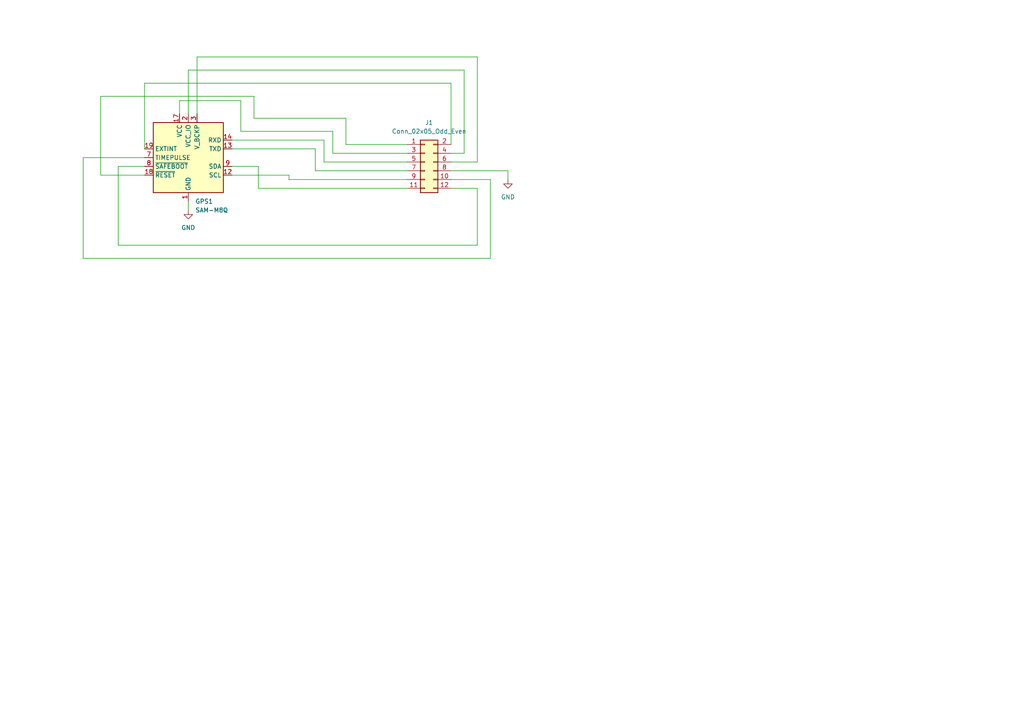
<source format=kicad_sch>
(kicad_sch (version 20250114) (generator "eeschema") (generator_version "9.0")
  (paper "A4")
  (lib_symbols
    (symbol "Connector_Generic:Conn_02x06_Odd_Even" (pin_names (offset 1.016) (hide yes))
      (property "Reference" "J" (at 1.27 7.62 0))
      (property "Value" "Conn_02x06_Odd_Even" (at 1.27 -10.16 0))
      (symbol "Conn_02x06_Odd_Even_1_1"
        (rectangle (start -1.27 6.35) (end 3.81 -8.89) (stroke (width 0.254)) (fill (type background)))
        (rectangle (start -1.27 5.207) (end 0 4.953) (stroke (width 0.1524)))
        (rectangle (start -1.27 2.667) (end 0 2.413) (stroke (width 0.1524)))
        (rectangle (start -1.27 0.127) (end 0 -0.127) (stroke (width 0.1524)))
        (rectangle (start -1.27 -2.413) (end 0 -2.667) (stroke (width 0.1524)))
        (rectangle (start -1.27 -4.953) (end 0 -5.207) (stroke (width 0.1524)))
        (rectangle (start -1.27 -7.493) (end 0 -7.747) (stroke (width 0.1524)))
        (rectangle (start 3.81 5.207) (end 2.54 4.953) (stroke (width 0.1524)))
        (rectangle (start 3.81 2.667) (end 2.54 2.413) (stroke (width 0.1524)))
        (rectangle (start 3.81 0.127) (end 2.54 -0.127) (stroke (width 0.1524)))
        (rectangle (start 3.81 -2.413) (end 2.54 -2.667) (stroke (width 0.1524)))
        (rectangle (start 3.81 -4.953) (end 2.54 -5.207) (stroke (width 0.1524)))
        (rectangle (start 3.81 -7.493) (end 2.54 -7.747) (stroke (width 0.1524)))
        (pin passive line (at -5.08 5.08 0) (length 3.81) (name "Pin_1") (number "1"))
        (pin passive line (at -5.08 2.54 0) (length 3.81) (name "Pin_3") (number "3"))
        (pin passive line (at -5.08 0 0) (length 3.81) (name "Pin_5") (number "5"))
        (pin passive line (at -5.08 -2.54 0) (length 3.81) (name "Pin_7") (number "7"))
        (pin passive line (at -5.08 -5.08 0) (length 3.81) (name "Pin_9") (number "9"))
        (pin passive line (at -5.08 -7.62 0) (length 3.81) (name "Pin_11") (number "11"))
        (pin passive line (at 7.62 5.08 180) (length 3.81) (name "Pin_2") (number "2"))
        (pin passive line (at 7.62 2.54 180) (length 3.81) (name "Pin_4") (number "4"))
        (pin passive line (at 7.62 0 180) (length 3.81) (name "Pin_6") (number "6"))
        (pin passive line (at 7.62 -2.54 180) (length 3.81) (name "Pin_8") (number "8"))
        (pin passive line (at 7.62 -5.08 180) (length 3.81) (name "Pin_10") (number "10"))
        (pin passive line (at 7.62 -7.62 180) (length 3.81) (name "Pin_12") (number "12"))
      )
    )
    (symbol "RF_GPS:SAM-M8Q"
      (property "Reference" "U" (at -8.89 11.43 0))
      (property "Value" "SAM-M8Q" (at 8.89 11.43 0))
      (symbol "SAM-M8Q_0_1"
        (rectangle (start -10.16 10.16) (end 10.16 -10.16) (stroke (width 0.254)) (fill (type background)))
      )
      (symbol "SAM-M8Q_1_1"
        (pin input line (at -12.7 2.54 0) (length 2.54) (name "EXTINT") (number "19"))
        (pin output line (at -12.7 0 0) (length 2.54) (name "TIMEPULSE") (number "7"))
        (pin input line (at -12.7 -2.54 0) (length 2.54) (name "~{SAFEBOOT}") (number "8"))
        (pin input line (at -12.7 -5.08 0) (length 2.54) (name "~{RESET}") (number "18"))
        (pin power_in line (at -2.54 12.7 270) (length 2.54) (name "VCC") (number "17"))
        (pin power_in line (at 0 12.7 270) (length 2.54) (name "VCC_IO") (number "2"))
        (pin power_in line (at 0 -12.7 90) (length 2.54) (name "GND") (number "1"))
        (pin passive line (at 0 -12.7 90) (length 2.54) (hide yes) (name "GND") (number "10"))
        (pin passive line (at 0 -12.7 90) (length 2.54) (hide yes) (name "GND") (number "11"))
        (pin passive line (at 0 -12.7 90) (length 2.54) (hide yes) (name "GND") (number "15"))
        (pin passive line (at 0 -12.7 90) (length 2.54) (hide yes) (name "GND") (number "16"))
        (pin passive line (at 0 -12.7 90) (length 2.54) (hide yes) (name "GND") (number "20"))
        (pin passive line (at 0 -12.7 90) (length 2.54) (hide yes) (name "GND") (number "4"))
        (pin passive line (at 0 -12.7 90) (length 2.54) (hide yes) (name "GND") (number "5"))
        (pin passive line (at 0 -12.7 90) (length 2.54) (hide yes) (name "GND") (number "6"))
        (pin power_in line (at 2.54 12.7 270) (length 2.54) (name "V_BCKP") (number "3"))
        (pin input line (at 12.7 5.08 180) (length 2.54) (name "RXD") (number "14"))
        (pin output line (at 12.7 2.54 180) (length 2.54) (name "TXD") (number "13"))
        (pin bidirectional line (at 12.7 -2.54 180) (length 2.54) (name "SDA") (number "9"))
        (pin input line (at 12.7 -5.08 180) (length 2.54) (name "SCL") (number "12"))
      )
    )
    (symbol "power:GND" (power) (pin_names (offset 0))
      (property "Value" "GND" (at 0 -3.81 0))
      (symbol "GND_0_1"
        (polyline (pts (xy 0 0) (xy 0 -1.27) (xy 1.27 -1.27) (xy 0 -2.54) (xy -1.27 -1.27) (xy 0 -1.27)))
      )
      (symbol "GND_1_1"
        (pin power_in line (at 0 0 270) (length 0) (hide yes) (name "GND") (number "1"))
      )
    )
  )
  (wire (pts (xy 67.31 40.64) (xy 93.98 40.64)))
  (wire (pts (xy 67.31 50.8) (xy 83.82 50.8)))
  (wire (pts (xy 93.98 46.99) (xy 118.11 46.99)))
  (wire (pts (xy 138.43 71.12) (xy 138.43 54.61)))
  (wire (pts (xy 69.85 29.21) (xy 69.85 38.1)))
  (wire (pts (xy 96.52 44.45) (xy 118.11 44.45)))
  (wire (pts (xy 130.81 49.53) (xy 147.32 49.53)))
  (wire (pts (xy 41.91 48.26) (xy 34.29 48.26)))
  (wire (pts (xy 67.31 48.26) (xy 74.93 48.26)))
  (wire (pts (xy 91.44 49.53) (xy 118.11 49.53)))
  (wire (pts (xy 24.13 74.93) (xy 142.24 74.93)))
  (wire (pts (xy 100.33 41.91) (xy 118.11 41.91)))
  (wire (pts (xy 142.24 52.07) (xy 142.24 74.93)))
  (wire (pts (xy 134.62 20.32) (xy 134.62 44.45)))
  (wire (pts (xy 29.21 27.94) (xy 29.21 50.8)))
  (wire (pts (xy 138.43 46.99) (xy 130.81 46.99)))
  (wire (pts (xy 54.61 33.02) (xy 54.61 20.32)))
  (wire (pts (xy 41.91 45.72) (xy 24.13 45.72)))
  (wire (pts (xy 54.61 20.32) (xy 134.62 20.32)))
  (wire (pts (xy 93.98 40.64) (xy 93.98 46.99)))
  (wire (pts (xy 74.93 48.26) (xy 74.93 54.61)))
  (wire (pts (xy 57.15 33.02) (xy 57.15 16.51)))
  (wire (pts (xy 130.81 44.45) (xy 134.62 44.45)))
  (wire (pts (xy 52.07 29.21) (xy 69.85 29.21)))
  (wire (pts (xy 24.13 45.72) (xy 24.13 74.93)))
  (wire (pts (xy 130.81 24.13) (xy 130.81 41.91)))
  (wire (pts (xy 147.32 49.53) (xy 147.32 52.07)))
  (wire (pts (xy 57.15 16.51) (xy 138.43 16.51)))
  (wire (pts (xy 41.91 24.13) (xy 130.81 24.13)))
  (wire (pts (xy 54.61 58.42) (xy 54.61 60.96)))
  (wire (pts (xy 41.91 43.18) (xy 41.91 24.13)))
  (wire (pts (xy 69.85 38.1) (xy 96.52 38.1)))
  (wire (pts (xy 100.33 34.29) (xy 100.33 41.91)))
  (wire (pts (xy 74.93 54.61) (xy 118.11 54.61)))
  (wire (pts (xy 52.07 33.02) (xy 52.07 29.21)))
  (wire (pts (xy 34.29 48.26) (xy 34.29 71.12)))
  (wire (pts (xy 130.81 52.07) (xy 142.24 52.07)))
  (wire (pts (xy 73.66 27.94) (xy 73.66 34.29)))
  (wire (pts (xy 73.66 34.29) (xy 100.33 34.29)))
  (wire (pts (xy 41.91 50.8) (xy 29.21 50.8)))
  (wire (pts (xy 96.52 38.1) (xy 96.52 44.45)))
  (wire (pts (xy 34.29 71.12) (xy 138.43 71.12)))
  (wire (pts (xy 138.43 16.51) (xy 138.43 46.99)))
  (wire (pts (xy 91.44 43.18) (xy 91.44 49.53)))
  (wire (pts (xy 83.82 50.8) (xy 83.82 52.07)))
  (wire (pts (xy 83.82 52.07) (xy 118.11 52.07)))
  (wire (pts (xy 29.21 27.94) (xy 73.66 27.94)))
  (wire (pts (xy 67.31 43.18) (xy 91.44 43.18)))
  (wire (pts (xy 138.43 54.61) (xy 130.81 54.61)))
  (symbol (lib_id "power:GND") (at 54.61 60.96 0) (unit 1)
    (property "Reference" "#PWR?" (effects (hide yes)))
    (property "Value" "GND" (at 54.61 66.04 0))
  )
  (symbol (lib_id "power:GND") (at 147.32 52.07 0) (unit 1)
    (property "Reference" "#PWR?" (effects (hide yes)))
    (property "Value" "GND" (at 147.32 57.15 0))
  )
  (symbol (lib_id "Connector_Generic:Conn_02x06_Odd_Even") (at 123.19 46.99 0) (unit 1)
    (property "Reference" "J1" (at 124.46 35.56 0))
    (property "Value" "Conn_02x05_Odd_Even" (at 124.46 38.1 0))
    (property "Footprint" "Connector_PinHeader_2.54mm:PinHeader_2x06_P2.54mm_Vertical" (effects (hide yes)))
  )
  (symbol (lib_id "RF_GPS:SAM-M8Q") (at 54.61 45.72 0) (unit 1)
    (property "Reference" "GPS1" (at 56.6294 58.42 0) (effects (justify left)))
    (property "Value" "SAM-M8Q" (at 56.6294 60.96 0) (effects (justify left)))
    (property "Footprint" "RF_GPS:ublox_SAM-M8Q" (effects (hide yes)))
    (property "Datasheet" "https://www.u-blox.com/sites/default/files/SAM-M8Q_DataSheet_%28UBX-16012619%29.pdf" (effects (hide yes)))
  )
)
</source>
